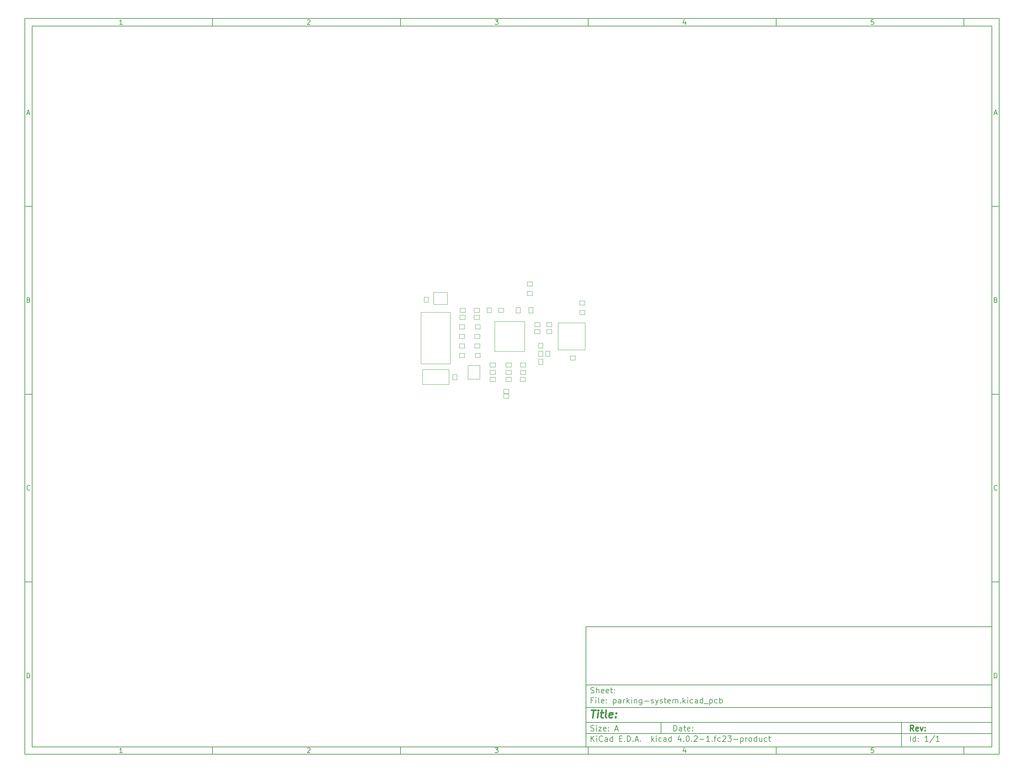
<source format=gbr>
G04 #@! TF.FileFunction,Other,User*
%FSLAX46Y46*%
G04 Gerber Fmt 4.6, Leading zero omitted, Abs format (unit mm)*
G04 Created by KiCad (PCBNEW 4.0.2-1.fc23-product) date Tue 29 Mar 2016 15:32:59 SAST*
%MOMM*%
G01*
G04 APERTURE LIST*
%ADD10C,0.100000*%
%ADD11C,0.150000*%
%ADD12C,0.300000*%
%ADD13C,0.400000*%
%ADD14C,0.050000*%
G04 APERTURE END LIST*
D10*
D11*
X159400000Y-171900000D02*
X159400000Y-203900000D01*
X267400000Y-203900000D01*
X267400000Y-171900000D01*
X159400000Y-171900000D01*
D10*
D11*
X10000000Y-10000000D02*
X10000000Y-205900000D01*
X269400000Y-205900000D01*
X269400000Y-10000000D01*
X10000000Y-10000000D01*
D10*
D11*
X12000000Y-12000000D02*
X12000000Y-203900000D01*
X267400000Y-203900000D01*
X267400000Y-12000000D01*
X12000000Y-12000000D01*
D10*
D11*
X60000000Y-12000000D02*
X60000000Y-10000000D01*
D10*
D11*
X110000000Y-12000000D02*
X110000000Y-10000000D01*
D10*
D11*
X160000000Y-12000000D02*
X160000000Y-10000000D01*
D10*
D11*
X210000000Y-12000000D02*
X210000000Y-10000000D01*
D10*
D11*
X260000000Y-12000000D02*
X260000000Y-10000000D01*
D10*
D11*
X35990476Y-11588095D02*
X35247619Y-11588095D01*
X35619048Y-11588095D02*
X35619048Y-10288095D01*
X35495238Y-10473810D01*
X35371429Y-10597619D01*
X35247619Y-10659524D01*
D10*
D11*
X85247619Y-10411905D02*
X85309524Y-10350000D01*
X85433333Y-10288095D01*
X85742857Y-10288095D01*
X85866667Y-10350000D01*
X85928571Y-10411905D01*
X85990476Y-10535714D01*
X85990476Y-10659524D01*
X85928571Y-10845238D01*
X85185714Y-11588095D01*
X85990476Y-11588095D01*
D10*
D11*
X135185714Y-10288095D02*
X135990476Y-10288095D01*
X135557143Y-10783333D01*
X135742857Y-10783333D01*
X135866667Y-10845238D01*
X135928571Y-10907143D01*
X135990476Y-11030952D01*
X135990476Y-11340476D01*
X135928571Y-11464286D01*
X135866667Y-11526190D01*
X135742857Y-11588095D01*
X135371429Y-11588095D01*
X135247619Y-11526190D01*
X135185714Y-11464286D01*
D10*
D11*
X185866667Y-10721429D02*
X185866667Y-11588095D01*
X185557143Y-10226190D02*
X185247619Y-11154762D01*
X186052381Y-11154762D01*
D10*
D11*
X235928571Y-10288095D02*
X235309524Y-10288095D01*
X235247619Y-10907143D01*
X235309524Y-10845238D01*
X235433333Y-10783333D01*
X235742857Y-10783333D01*
X235866667Y-10845238D01*
X235928571Y-10907143D01*
X235990476Y-11030952D01*
X235990476Y-11340476D01*
X235928571Y-11464286D01*
X235866667Y-11526190D01*
X235742857Y-11588095D01*
X235433333Y-11588095D01*
X235309524Y-11526190D01*
X235247619Y-11464286D01*
D10*
D11*
X60000000Y-203900000D02*
X60000000Y-205900000D01*
D10*
D11*
X110000000Y-203900000D02*
X110000000Y-205900000D01*
D10*
D11*
X160000000Y-203900000D02*
X160000000Y-205900000D01*
D10*
D11*
X210000000Y-203900000D02*
X210000000Y-205900000D01*
D10*
D11*
X260000000Y-203900000D02*
X260000000Y-205900000D01*
D10*
D11*
X35990476Y-205488095D02*
X35247619Y-205488095D01*
X35619048Y-205488095D02*
X35619048Y-204188095D01*
X35495238Y-204373810D01*
X35371429Y-204497619D01*
X35247619Y-204559524D01*
D10*
D11*
X85247619Y-204311905D02*
X85309524Y-204250000D01*
X85433333Y-204188095D01*
X85742857Y-204188095D01*
X85866667Y-204250000D01*
X85928571Y-204311905D01*
X85990476Y-204435714D01*
X85990476Y-204559524D01*
X85928571Y-204745238D01*
X85185714Y-205488095D01*
X85990476Y-205488095D01*
D10*
D11*
X135185714Y-204188095D02*
X135990476Y-204188095D01*
X135557143Y-204683333D01*
X135742857Y-204683333D01*
X135866667Y-204745238D01*
X135928571Y-204807143D01*
X135990476Y-204930952D01*
X135990476Y-205240476D01*
X135928571Y-205364286D01*
X135866667Y-205426190D01*
X135742857Y-205488095D01*
X135371429Y-205488095D01*
X135247619Y-205426190D01*
X135185714Y-205364286D01*
D10*
D11*
X185866667Y-204621429D02*
X185866667Y-205488095D01*
X185557143Y-204126190D02*
X185247619Y-205054762D01*
X186052381Y-205054762D01*
D10*
D11*
X235928571Y-204188095D02*
X235309524Y-204188095D01*
X235247619Y-204807143D01*
X235309524Y-204745238D01*
X235433333Y-204683333D01*
X235742857Y-204683333D01*
X235866667Y-204745238D01*
X235928571Y-204807143D01*
X235990476Y-204930952D01*
X235990476Y-205240476D01*
X235928571Y-205364286D01*
X235866667Y-205426190D01*
X235742857Y-205488095D01*
X235433333Y-205488095D01*
X235309524Y-205426190D01*
X235247619Y-205364286D01*
D10*
D11*
X10000000Y-60000000D02*
X12000000Y-60000000D01*
D10*
D11*
X10000000Y-110000000D02*
X12000000Y-110000000D01*
D10*
D11*
X10000000Y-160000000D02*
X12000000Y-160000000D01*
D10*
D11*
X10690476Y-35216667D02*
X11309524Y-35216667D01*
X10566667Y-35588095D02*
X11000000Y-34288095D01*
X11433333Y-35588095D01*
D10*
D11*
X11092857Y-84907143D02*
X11278571Y-84969048D01*
X11340476Y-85030952D01*
X11402381Y-85154762D01*
X11402381Y-85340476D01*
X11340476Y-85464286D01*
X11278571Y-85526190D01*
X11154762Y-85588095D01*
X10659524Y-85588095D01*
X10659524Y-84288095D01*
X11092857Y-84288095D01*
X11216667Y-84350000D01*
X11278571Y-84411905D01*
X11340476Y-84535714D01*
X11340476Y-84659524D01*
X11278571Y-84783333D01*
X11216667Y-84845238D01*
X11092857Y-84907143D01*
X10659524Y-84907143D01*
D10*
D11*
X11402381Y-135464286D02*
X11340476Y-135526190D01*
X11154762Y-135588095D01*
X11030952Y-135588095D01*
X10845238Y-135526190D01*
X10721429Y-135402381D01*
X10659524Y-135278571D01*
X10597619Y-135030952D01*
X10597619Y-134845238D01*
X10659524Y-134597619D01*
X10721429Y-134473810D01*
X10845238Y-134350000D01*
X11030952Y-134288095D01*
X11154762Y-134288095D01*
X11340476Y-134350000D01*
X11402381Y-134411905D01*
D10*
D11*
X10659524Y-185588095D02*
X10659524Y-184288095D01*
X10969048Y-184288095D01*
X11154762Y-184350000D01*
X11278571Y-184473810D01*
X11340476Y-184597619D01*
X11402381Y-184845238D01*
X11402381Y-185030952D01*
X11340476Y-185278571D01*
X11278571Y-185402381D01*
X11154762Y-185526190D01*
X10969048Y-185588095D01*
X10659524Y-185588095D01*
D10*
D11*
X269400000Y-60000000D02*
X267400000Y-60000000D01*
D10*
D11*
X269400000Y-110000000D02*
X267400000Y-110000000D01*
D10*
D11*
X269400000Y-160000000D02*
X267400000Y-160000000D01*
D10*
D11*
X268090476Y-35216667D02*
X268709524Y-35216667D01*
X267966667Y-35588095D02*
X268400000Y-34288095D01*
X268833333Y-35588095D01*
D10*
D11*
X268492857Y-84907143D02*
X268678571Y-84969048D01*
X268740476Y-85030952D01*
X268802381Y-85154762D01*
X268802381Y-85340476D01*
X268740476Y-85464286D01*
X268678571Y-85526190D01*
X268554762Y-85588095D01*
X268059524Y-85588095D01*
X268059524Y-84288095D01*
X268492857Y-84288095D01*
X268616667Y-84350000D01*
X268678571Y-84411905D01*
X268740476Y-84535714D01*
X268740476Y-84659524D01*
X268678571Y-84783333D01*
X268616667Y-84845238D01*
X268492857Y-84907143D01*
X268059524Y-84907143D01*
D10*
D11*
X268802381Y-135464286D02*
X268740476Y-135526190D01*
X268554762Y-135588095D01*
X268430952Y-135588095D01*
X268245238Y-135526190D01*
X268121429Y-135402381D01*
X268059524Y-135278571D01*
X267997619Y-135030952D01*
X267997619Y-134845238D01*
X268059524Y-134597619D01*
X268121429Y-134473810D01*
X268245238Y-134350000D01*
X268430952Y-134288095D01*
X268554762Y-134288095D01*
X268740476Y-134350000D01*
X268802381Y-134411905D01*
D10*
D11*
X268059524Y-185588095D02*
X268059524Y-184288095D01*
X268369048Y-184288095D01*
X268554762Y-184350000D01*
X268678571Y-184473810D01*
X268740476Y-184597619D01*
X268802381Y-184845238D01*
X268802381Y-185030952D01*
X268740476Y-185278571D01*
X268678571Y-185402381D01*
X268554762Y-185526190D01*
X268369048Y-185588095D01*
X268059524Y-185588095D01*
D10*
D11*
X182757143Y-199678571D02*
X182757143Y-198178571D01*
X183114286Y-198178571D01*
X183328571Y-198250000D01*
X183471429Y-198392857D01*
X183542857Y-198535714D01*
X183614286Y-198821429D01*
X183614286Y-199035714D01*
X183542857Y-199321429D01*
X183471429Y-199464286D01*
X183328571Y-199607143D01*
X183114286Y-199678571D01*
X182757143Y-199678571D01*
X184900000Y-199678571D02*
X184900000Y-198892857D01*
X184828571Y-198750000D01*
X184685714Y-198678571D01*
X184400000Y-198678571D01*
X184257143Y-198750000D01*
X184900000Y-199607143D02*
X184757143Y-199678571D01*
X184400000Y-199678571D01*
X184257143Y-199607143D01*
X184185714Y-199464286D01*
X184185714Y-199321429D01*
X184257143Y-199178571D01*
X184400000Y-199107143D01*
X184757143Y-199107143D01*
X184900000Y-199035714D01*
X185400000Y-198678571D02*
X185971429Y-198678571D01*
X185614286Y-198178571D02*
X185614286Y-199464286D01*
X185685714Y-199607143D01*
X185828572Y-199678571D01*
X185971429Y-199678571D01*
X187042857Y-199607143D02*
X186900000Y-199678571D01*
X186614286Y-199678571D01*
X186471429Y-199607143D01*
X186400000Y-199464286D01*
X186400000Y-198892857D01*
X186471429Y-198750000D01*
X186614286Y-198678571D01*
X186900000Y-198678571D01*
X187042857Y-198750000D01*
X187114286Y-198892857D01*
X187114286Y-199035714D01*
X186400000Y-199178571D01*
X187757143Y-199535714D02*
X187828571Y-199607143D01*
X187757143Y-199678571D01*
X187685714Y-199607143D01*
X187757143Y-199535714D01*
X187757143Y-199678571D01*
X187757143Y-198750000D02*
X187828571Y-198821429D01*
X187757143Y-198892857D01*
X187685714Y-198821429D01*
X187757143Y-198750000D01*
X187757143Y-198892857D01*
D10*
D11*
X159400000Y-200400000D02*
X267400000Y-200400000D01*
D10*
D11*
X160757143Y-202478571D02*
X160757143Y-200978571D01*
X161614286Y-202478571D02*
X160971429Y-201621429D01*
X161614286Y-200978571D02*
X160757143Y-201835714D01*
X162257143Y-202478571D02*
X162257143Y-201478571D01*
X162257143Y-200978571D02*
X162185714Y-201050000D01*
X162257143Y-201121429D01*
X162328571Y-201050000D01*
X162257143Y-200978571D01*
X162257143Y-201121429D01*
X163828572Y-202335714D02*
X163757143Y-202407143D01*
X163542857Y-202478571D01*
X163400000Y-202478571D01*
X163185715Y-202407143D01*
X163042857Y-202264286D01*
X162971429Y-202121429D01*
X162900000Y-201835714D01*
X162900000Y-201621429D01*
X162971429Y-201335714D01*
X163042857Y-201192857D01*
X163185715Y-201050000D01*
X163400000Y-200978571D01*
X163542857Y-200978571D01*
X163757143Y-201050000D01*
X163828572Y-201121429D01*
X165114286Y-202478571D02*
X165114286Y-201692857D01*
X165042857Y-201550000D01*
X164900000Y-201478571D01*
X164614286Y-201478571D01*
X164471429Y-201550000D01*
X165114286Y-202407143D02*
X164971429Y-202478571D01*
X164614286Y-202478571D01*
X164471429Y-202407143D01*
X164400000Y-202264286D01*
X164400000Y-202121429D01*
X164471429Y-201978571D01*
X164614286Y-201907143D01*
X164971429Y-201907143D01*
X165114286Y-201835714D01*
X166471429Y-202478571D02*
X166471429Y-200978571D01*
X166471429Y-202407143D02*
X166328572Y-202478571D01*
X166042858Y-202478571D01*
X165900000Y-202407143D01*
X165828572Y-202335714D01*
X165757143Y-202192857D01*
X165757143Y-201764286D01*
X165828572Y-201621429D01*
X165900000Y-201550000D01*
X166042858Y-201478571D01*
X166328572Y-201478571D01*
X166471429Y-201550000D01*
X168328572Y-201692857D02*
X168828572Y-201692857D01*
X169042858Y-202478571D02*
X168328572Y-202478571D01*
X168328572Y-200978571D01*
X169042858Y-200978571D01*
X169685715Y-202335714D02*
X169757143Y-202407143D01*
X169685715Y-202478571D01*
X169614286Y-202407143D01*
X169685715Y-202335714D01*
X169685715Y-202478571D01*
X170400001Y-202478571D02*
X170400001Y-200978571D01*
X170757144Y-200978571D01*
X170971429Y-201050000D01*
X171114287Y-201192857D01*
X171185715Y-201335714D01*
X171257144Y-201621429D01*
X171257144Y-201835714D01*
X171185715Y-202121429D01*
X171114287Y-202264286D01*
X170971429Y-202407143D01*
X170757144Y-202478571D01*
X170400001Y-202478571D01*
X171900001Y-202335714D02*
X171971429Y-202407143D01*
X171900001Y-202478571D01*
X171828572Y-202407143D01*
X171900001Y-202335714D01*
X171900001Y-202478571D01*
X172542858Y-202050000D02*
X173257144Y-202050000D01*
X172400001Y-202478571D02*
X172900001Y-200978571D01*
X173400001Y-202478571D01*
X173900001Y-202335714D02*
X173971429Y-202407143D01*
X173900001Y-202478571D01*
X173828572Y-202407143D01*
X173900001Y-202335714D01*
X173900001Y-202478571D01*
X176900001Y-202478571D02*
X176900001Y-200978571D01*
X177042858Y-201907143D02*
X177471429Y-202478571D01*
X177471429Y-201478571D02*
X176900001Y-202050000D01*
X178114287Y-202478571D02*
X178114287Y-201478571D01*
X178114287Y-200978571D02*
X178042858Y-201050000D01*
X178114287Y-201121429D01*
X178185715Y-201050000D01*
X178114287Y-200978571D01*
X178114287Y-201121429D01*
X179471430Y-202407143D02*
X179328573Y-202478571D01*
X179042859Y-202478571D01*
X178900001Y-202407143D01*
X178828573Y-202335714D01*
X178757144Y-202192857D01*
X178757144Y-201764286D01*
X178828573Y-201621429D01*
X178900001Y-201550000D01*
X179042859Y-201478571D01*
X179328573Y-201478571D01*
X179471430Y-201550000D01*
X180757144Y-202478571D02*
X180757144Y-201692857D01*
X180685715Y-201550000D01*
X180542858Y-201478571D01*
X180257144Y-201478571D01*
X180114287Y-201550000D01*
X180757144Y-202407143D02*
X180614287Y-202478571D01*
X180257144Y-202478571D01*
X180114287Y-202407143D01*
X180042858Y-202264286D01*
X180042858Y-202121429D01*
X180114287Y-201978571D01*
X180257144Y-201907143D01*
X180614287Y-201907143D01*
X180757144Y-201835714D01*
X182114287Y-202478571D02*
X182114287Y-200978571D01*
X182114287Y-202407143D02*
X181971430Y-202478571D01*
X181685716Y-202478571D01*
X181542858Y-202407143D01*
X181471430Y-202335714D01*
X181400001Y-202192857D01*
X181400001Y-201764286D01*
X181471430Y-201621429D01*
X181542858Y-201550000D01*
X181685716Y-201478571D01*
X181971430Y-201478571D01*
X182114287Y-201550000D01*
X184614287Y-201478571D02*
X184614287Y-202478571D01*
X184257144Y-200907143D02*
X183900001Y-201978571D01*
X184828573Y-201978571D01*
X185400001Y-202335714D02*
X185471429Y-202407143D01*
X185400001Y-202478571D01*
X185328572Y-202407143D01*
X185400001Y-202335714D01*
X185400001Y-202478571D01*
X186400001Y-200978571D02*
X186542858Y-200978571D01*
X186685715Y-201050000D01*
X186757144Y-201121429D01*
X186828573Y-201264286D01*
X186900001Y-201550000D01*
X186900001Y-201907143D01*
X186828573Y-202192857D01*
X186757144Y-202335714D01*
X186685715Y-202407143D01*
X186542858Y-202478571D01*
X186400001Y-202478571D01*
X186257144Y-202407143D01*
X186185715Y-202335714D01*
X186114287Y-202192857D01*
X186042858Y-201907143D01*
X186042858Y-201550000D01*
X186114287Y-201264286D01*
X186185715Y-201121429D01*
X186257144Y-201050000D01*
X186400001Y-200978571D01*
X187542858Y-202335714D02*
X187614286Y-202407143D01*
X187542858Y-202478571D01*
X187471429Y-202407143D01*
X187542858Y-202335714D01*
X187542858Y-202478571D01*
X188185715Y-201121429D02*
X188257144Y-201050000D01*
X188400001Y-200978571D01*
X188757144Y-200978571D01*
X188900001Y-201050000D01*
X188971430Y-201121429D01*
X189042858Y-201264286D01*
X189042858Y-201407143D01*
X188971430Y-201621429D01*
X188114287Y-202478571D01*
X189042858Y-202478571D01*
X189685715Y-201907143D02*
X190828572Y-201907143D01*
X192328572Y-202478571D02*
X191471429Y-202478571D01*
X191900001Y-202478571D02*
X191900001Y-200978571D01*
X191757144Y-201192857D01*
X191614286Y-201335714D01*
X191471429Y-201407143D01*
X192971429Y-202335714D02*
X193042857Y-202407143D01*
X192971429Y-202478571D01*
X192900000Y-202407143D01*
X192971429Y-202335714D01*
X192971429Y-202478571D01*
X193471429Y-201478571D02*
X194042858Y-201478571D01*
X193685715Y-202478571D02*
X193685715Y-201192857D01*
X193757143Y-201050000D01*
X193900001Y-200978571D01*
X194042858Y-200978571D01*
X195185715Y-202407143D02*
X195042858Y-202478571D01*
X194757144Y-202478571D01*
X194614286Y-202407143D01*
X194542858Y-202335714D01*
X194471429Y-202192857D01*
X194471429Y-201764286D01*
X194542858Y-201621429D01*
X194614286Y-201550000D01*
X194757144Y-201478571D01*
X195042858Y-201478571D01*
X195185715Y-201550000D01*
X195757143Y-201121429D02*
X195828572Y-201050000D01*
X195971429Y-200978571D01*
X196328572Y-200978571D01*
X196471429Y-201050000D01*
X196542858Y-201121429D01*
X196614286Y-201264286D01*
X196614286Y-201407143D01*
X196542858Y-201621429D01*
X195685715Y-202478571D01*
X196614286Y-202478571D01*
X197114286Y-200978571D02*
X198042857Y-200978571D01*
X197542857Y-201550000D01*
X197757143Y-201550000D01*
X197900000Y-201621429D01*
X197971429Y-201692857D01*
X198042857Y-201835714D01*
X198042857Y-202192857D01*
X197971429Y-202335714D01*
X197900000Y-202407143D01*
X197757143Y-202478571D01*
X197328571Y-202478571D01*
X197185714Y-202407143D01*
X197114286Y-202335714D01*
X198685714Y-201907143D02*
X199828571Y-201907143D01*
X200542857Y-201478571D02*
X200542857Y-202978571D01*
X200542857Y-201550000D02*
X200685714Y-201478571D01*
X200971428Y-201478571D01*
X201114285Y-201550000D01*
X201185714Y-201621429D01*
X201257143Y-201764286D01*
X201257143Y-202192857D01*
X201185714Y-202335714D01*
X201114285Y-202407143D01*
X200971428Y-202478571D01*
X200685714Y-202478571D01*
X200542857Y-202407143D01*
X201900000Y-202478571D02*
X201900000Y-201478571D01*
X201900000Y-201764286D02*
X201971428Y-201621429D01*
X202042857Y-201550000D01*
X202185714Y-201478571D01*
X202328571Y-201478571D01*
X203042857Y-202478571D02*
X202899999Y-202407143D01*
X202828571Y-202335714D01*
X202757142Y-202192857D01*
X202757142Y-201764286D01*
X202828571Y-201621429D01*
X202899999Y-201550000D01*
X203042857Y-201478571D01*
X203257142Y-201478571D01*
X203399999Y-201550000D01*
X203471428Y-201621429D01*
X203542857Y-201764286D01*
X203542857Y-202192857D01*
X203471428Y-202335714D01*
X203399999Y-202407143D01*
X203257142Y-202478571D01*
X203042857Y-202478571D01*
X204828571Y-202478571D02*
X204828571Y-200978571D01*
X204828571Y-202407143D02*
X204685714Y-202478571D01*
X204400000Y-202478571D01*
X204257142Y-202407143D01*
X204185714Y-202335714D01*
X204114285Y-202192857D01*
X204114285Y-201764286D01*
X204185714Y-201621429D01*
X204257142Y-201550000D01*
X204400000Y-201478571D01*
X204685714Y-201478571D01*
X204828571Y-201550000D01*
X206185714Y-201478571D02*
X206185714Y-202478571D01*
X205542857Y-201478571D02*
X205542857Y-202264286D01*
X205614285Y-202407143D01*
X205757143Y-202478571D01*
X205971428Y-202478571D01*
X206114285Y-202407143D01*
X206185714Y-202335714D01*
X207542857Y-202407143D02*
X207400000Y-202478571D01*
X207114286Y-202478571D01*
X206971428Y-202407143D01*
X206900000Y-202335714D01*
X206828571Y-202192857D01*
X206828571Y-201764286D01*
X206900000Y-201621429D01*
X206971428Y-201550000D01*
X207114286Y-201478571D01*
X207400000Y-201478571D01*
X207542857Y-201550000D01*
X207971428Y-201478571D02*
X208542857Y-201478571D01*
X208185714Y-200978571D02*
X208185714Y-202264286D01*
X208257142Y-202407143D01*
X208400000Y-202478571D01*
X208542857Y-202478571D01*
D10*
D11*
X159400000Y-197400000D02*
X267400000Y-197400000D01*
D10*
D12*
X246614286Y-199678571D02*
X246114286Y-198964286D01*
X245757143Y-199678571D02*
X245757143Y-198178571D01*
X246328571Y-198178571D01*
X246471429Y-198250000D01*
X246542857Y-198321429D01*
X246614286Y-198464286D01*
X246614286Y-198678571D01*
X246542857Y-198821429D01*
X246471429Y-198892857D01*
X246328571Y-198964286D01*
X245757143Y-198964286D01*
X247828571Y-199607143D02*
X247685714Y-199678571D01*
X247400000Y-199678571D01*
X247257143Y-199607143D01*
X247185714Y-199464286D01*
X247185714Y-198892857D01*
X247257143Y-198750000D01*
X247400000Y-198678571D01*
X247685714Y-198678571D01*
X247828571Y-198750000D01*
X247900000Y-198892857D01*
X247900000Y-199035714D01*
X247185714Y-199178571D01*
X248400000Y-198678571D02*
X248757143Y-199678571D01*
X249114285Y-198678571D01*
X249685714Y-199535714D02*
X249757142Y-199607143D01*
X249685714Y-199678571D01*
X249614285Y-199607143D01*
X249685714Y-199535714D01*
X249685714Y-199678571D01*
X249685714Y-198750000D02*
X249757142Y-198821429D01*
X249685714Y-198892857D01*
X249614285Y-198821429D01*
X249685714Y-198750000D01*
X249685714Y-198892857D01*
D10*
D11*
X160685714Y-199607143D02*
X160900000Y-199678571D01*
X161257143Y-199678571D01*
X161400000Y-199607143D01*
X161471429Y-199535714D01*
X161542857Y-199392857D01*
X161542857Y-199250000D01*
X161471429Y-199107143D01*
X161400000Y-199035714D01*
X161257143Y-198964286D01*
X160971429Y-198892857D01*
X160828571Y-198821429D01*
X160757143Y-198750000D01*
X160685714Y-198607143D01*
X160685714Y-198464286D01*
X160757143Y-198321429D01*
X160828571Y-198250000D01*
X160971429Y-198178571D01*
X161328571Y-198178571D01*
X161542857Y-198250000D01*
X162185714Y-199678571D02*
X162185714Y-198678571D01*
X162185714Y-198178571D02*
X162114285Y-198250000D01*
X162185714Y-198321429D01*
X162257142Y-198250000D01*
X162185714Y-198178571D01*
X162185714Y-198321429D01*
X162757143Y-198678571D02*
X163542857Y-198678571D01*
X162757143Y-199678571D01*
X163542857Y-199678571D01*
X164685714Y-199607143D02*
X164542857Y-199678571D01*
X164257143Y-199678571D01*
X164114286Y-199607143D01*
X164042857Y-199464286D01*
X164042857Y-198892857D01*
X164114286Y-198750000D01*
X164257143Y-198678571D01*
X164542857Y-198678571D01*
X164685714Y-198750000D01*
X164757143Y-198892857D01*
X164757143Y-199035714D01*
X164042857Y-199178571D01*
X165400000Y-199535714D02*
X165471428Y-199607143D01*
X165400000Y-199678571D01*
X165328571Y-199607143D01*
X165400000Y-199535714D01*
X165400000Y-199678571D01*
X165400000Y-198750000D02*
X165471428Y-198821429D01*
X165400000Y-198892857D01*
X165328571Y-198821429D01*
X165400000Y-198750000D01*
X165400000Y-198892857D01*
X167185714Y-199250000D02*
X167900000Y-199250000D01*
X167042857Y-199678571D02*
X167542857Y-198178571D01*
X168042857Y-199678571D01*
D10*
D11*
X245757143Y-202478571D02*
X245757143Y-200978571D01*
X247114286Y-202478571D02*
X247114286Y-200978571D01*
X247114286Y-202407143D02*
X246971429Y-202478571D01*
X246685715Y-202478571D01*
X246542857Y-202407143D01*
X246471429Y-202335714D01*
X246400000Y-202192857D01*
X246400000Y-201764286D01*
X246471429Y-201621429D01*
X246542857Y-201550000D01*
X246685715Y-201478571D01*
X246971429Y-201478571D01*
X247114286Y-201550000D01*
X247828572Y-202335714D02*
X247900000Y-202407143D01*
X247828572Y-202478571D01*
X247757143Y-202407143D01*
X247828572Y-202335714D01*
X247828572Y-202478571D01*
X247828572Y-201550000D02*
X247900000Y-201621429D01*
X247828572Y-201692857D01*
X247757143Y-201621429D01*
X247828572Y-201550000D01*
X247828572Y-201692857D01*
X250471429Y-202478571D02*
X249614286Y-202478571D01*
X250042858Y-202478571D02*
X250042858Y-200978571D01*
X249900001Y-201192857D01*
X249757143Y-201335714D01*
X249614286Y-201407143D01*
X252185714Y-200907143D02*
X250900000Y-202835714D01*
X253471429Y-202478571D02*
X252614286Y-202478571D01*
X253042858Y-202478571D02*
X253042858Y-200978571D01*
X252900001Y-201192857D01*
X252757143Y-201335714D01*
X252614286Y-201407143D01*
D10*
D11*
X159400000Y-193400000D02*
X267400000Y-193400000D01*
D10*
D13*
X160852381Y-194104762D02*
X161995238Y-194104762D01*
X161173810Y-196104762D02*
X161423810Y-194104762D01*
X162411905Y-196104762D02*
X162578571Y-194771429D01*
X162661905Y-194104762D02*
X162554762Y-194200000D01*
X162638095Y-194295238D01*
X162745239Y-194200000D01*
X162661905Y-194104762D01*
X162638095Y-194295238D01*
X163245238Y-194771429D02*
X164007143Y-194771429D01*
X163614286Y-194104762D02*
X163400000Y-195819048D01*
X163471430Y-196009524D01*
X163650001Y-196104762D01*
X163840477Y-196104762D01*
X164792858Y-196104762D02*
X164614287Y-196009524D01*
X164542857Y-195819048D01*
X164757143Y-194104762D01*
X166328572Y-196009524D02*
X166126191Y-196104762D01*
X165745239Y-196104762D01*
X165566667Y-196009524D01*
X165495238Y-195819048D01*
X165590476Y-195057143D01*
X165709524Y-194866667D01*
X165911905Y-194771429D01*
X166292857Y-194771429D01*
X166471429Y-194866667D01*
X166542857Y-195057143D01*
X166519048Y-195247619D01*
X165542857Y-195438095D01*
X167292857Y-195914286D02*
X167376192Y-196009524D01*
X167269048Y-196104762D01*
X167185715Y-196009524D01*
X167292857Y-195914286D01*
X167269048Y-196104762D01*
X167423810Y-194866667D02*
X167507144Y-194961905D01*
X167400000Y-195057143D01*
X167316667Y-194961905D01*
X167423810Y-194866667D01*
X167400000Y-195057143D01*
D10*
D11*
X161257143Y-191492857D02*
X160757143Y-191492857D01*
X160757143Y-192278571D02*
X160757143Y-190778571D01*
X161471429Y-190778571D01*
X162042857Y-192278571D02*
X162042857Y-191278571D01*
X162042857Y-190778571D02*
X161971428Y-190850000D01*
X162042857Y-190921429D01*
X162114285Y-190850000D01*
X162042857Y-190778571D01*
X162042857Y-190921429D01*
X162971429Y-192278571D02*
X162828571Y-192207143D01*
X162757143Y-192064286D01*
X162757143Y-190778571D01*
X164114285Y-192207143D02*
X163971428Y-192278571D01*
X163685714Y-192278571D01*
X163542857Y-192207143D01*
X163471428Y-192064286D01*
X163471428Y-191492857D01*
X163542857Y-191350000D01*
X163685714Y-191278571D01*
X163971428Y-191278571D01*
X164114285Y-191350000D01*
X164185714Y-191492857D01*
X164185714Y-191635714D01*
X163471428Y-191778571D01*
X164828571Y-192135714D02*
X164899999Y-192207143D01*
X164828571Y-192278571D01*
X164757142Y-192207143D01*
X164828571Y-192135714D01*
X164828571Y-192278571D01*
X164828571Y-191350000D02*
X164899999Y-191421429D01*
X164828571Y-191492857D01*
X164757142Y-191421429D01*
X164828571Y-191350000D01*
X164828571Y-191492857D01*
X166685714Y-191278571D02*
X166685714Y-192778571D01*
X166685714Y-191350000D02*
X166828571Y-191278571D01*
X167114285Y-191278571D01*
X167257142Y-191350000D01*
X167328571Y-191421429D01*
X167400000Y-191564286D01*
X167400000Y-191992857D01*
X167328571Y-192135714D01*
X167257142Y-192207143D01*
X167114285Y-192278571D01*
X166828571Y-192278571D01*
X166685714Y-192207143D01*
X168685714Y-192278571D02*
X168685714Y-191492857D01*
X168614285Y-191350000D01*
X168471428Y-191278571D01*
X168185714Y-191278571D01*
X168042857Y-191350000D01*
X168685714Y-192207143D02*
X168542857Y-192278571D01*
X168185714Y-192278571D01*
X168042857Y-192207143D01*
X167971428Y-192064286D01*
X167971428Y-191921429D01*
X168042857Y-191778571D01*
X168185714Y-191707143D01*
X168542857Y-191707143D01*
X168685714Y-191635714D01*
X169400000Y-192278571D02*
X169400000Y-191278571D01*
X169400000Y-191564286D02*
X169471428Y-191421429D01*
X169542857Y-191350000D01*
X169685714Y-191278571D01*
X169828571Y-191278571D01*
X170328571Y-192278571D02*
X170328571Y-190778571D01*
X170471428Y-191707143D02*
X170899999Y-192278571D01*
X170899999Y-191278571D02*
X170328571Y-191850000D01*
X171542857Y-192278571D02*
X171542857Y-191278571D01*
X171542857Y-190778571D02*
X171471428Y-190850000D01*
X171542857Y-190921429D01*
X171614285Y-190850000D01*
X171542857Y-190778571D01*
X171542857Y-190921429D01*
X172257143Y-191278571D02*
X172257143Y-192278571D01*
X172257143Y-191421429D02*
X172328571Y-191350000D01*
X172471429Y-191278571D01*
X172685714Y-191278571D01*
X172828571Y-191350000D01*
X172900000Y-191492857D01*
X172900000Y-192278571D01*
X174257143Y-191278571D02*
X174257143Y-192492857D01*
X174185714Y-192635714D01*
X174114286Y-192707143D01*
X173971429Y-192778571D01*
X173757143Y-192778571D01*
X173614286Y-192707143D01*
X174257143Y-192207143D02*
X174114286Y-192278571D01*
X173828572Y-192278571D01*
X173685714Y-192207143D01*
X173614286Y-192135714D01*
X173542857Y-191992857D01*
X173542857Y-191564286D01*
X173614286Y-191421429D01*
X173685714Y-191350000D01*
X173828572Y-191278571D01*
X174114286Y-191278571D01*
X174257143Y-191350000D01*
X174971429Y-191707143D02*
X176114286Y-191707143D01*
X176757143Y-192207143D02*
X176900000Y-192278571D01*
X177185715Y-192278571D01*
X177328572Y-192207143D01*
X177400000Y-192064286D01*
X177400000Y-191992857D01*
X177328572Y-191850000D01*
X177185715Y-191778571D01*
X176971429Y-191778571D01*
X176828572Y-191707143D01*
X176757143Y-191564286D01*
X176757143Y-191492857D01*
X176828572Y-191350000D01*
X176971429Y-191278571D01*
X177185715Y-191278571D01*
X177328572Y-191350000D01*
X177900001Y-191278571D02*
X178257144Y-192278571D01*
X178614286Y-191278571D02*
X178257144Y-192278571D01*
X178114286Y-192635714D01*
X178042858Y-192707143D01*
X177900001Y-192778571D01*
X179114286Y-192207143D02*
X179257143Y-192278571D01*
X179542858Y-192278571D01*
X179685715Y-192207143D01*
X179757143Y-192064286D01*
X179757143Y-191992857D01*
X179685715Y-191850000D01*
X179542858Y-191778571D01*
X179328572Y-191778571D01*
X179185715Y-191707143D01*
X179114286Y-191564286D01*
X179114286Y-191492857D01*
X179185715Y-191350000D01*
X179328572Y-191278571D01*
X179542858Y-191278571D01*
X179685715Y-191350000D01*
X180185715Y-191278571D02*
X180757144Y-191278571D01*
X180400001Y-190778571D02*
X180400001Y-192064286D01*
X180471429Y-192207143D01*
X180614287Y-192278571D01*
X180757144Y-192278571D01*
X181828572Y-192207143D02*
X181685715Y-192278571D01*
X181400001Y-192278571D01*
X181257144Y-192207143D01*
X181185715Y-192064286D01*
X181185715Y-191492857D01*
X181257144Y-191350000D01*
X181400001Y-191278571D01*
X181685715Y-191278571D01*
X181828572Y-191350000D01*
X181900001Y-191492857D01*
X181900001Y-191635714D01*
X181185715Y-191778571D01*
X182542858Y-192278571D02*
X182542858Y-191278571D01*
X182542858Y-191421429D02*
X182614286Y-191350000D01*
X182757144Y-191278571D01*
X182971429Y-191278571D01*
X183114286Y-191350000D01*
X183185715Y-191492857D01*
X183185715Y-192278571D01*
X183185715Y-191492857D02*
X183257144Y-191350000D01*
X183400001Y-191278571D01*
X183614286Y-191278571D01*
X183757144Y-191350000D01*
X183828572Y-191492857D01*
X183828572Y-192278571D01*
X184542858Y-192135714D02*
X184614286Y-192207143D01*
X184542858Y-192278571D01*
X184471429Y-192207143D01*
X184542858Y-192135714D01*
X184542858Y-192278571D01*
X185257144Y-192278571D02*
X185257144Y-190778571D01*
X185400001Y-191707143D02*
X185828572Y-192278571D01*
X185828572Y-191278571D02*
X185257144Y-191850000D01*
X186471430Y-192278571D02*
X186471430Y-191278571D01*
X186471430Y-190778571D02*
X186400001Y-190850000D01*
X186471430Y-190921429D01*
X186542858Y-190850000D01*
X186471430Y-190778571D01*
X186471430Y-190921429D01*
X187828573Y-192207143D02*
X187685716Y-192278571D01*
X187400002Y-192278571D01*
X187257144Y-192207143D01*
X187185716Y-192135714D01*
X187114287Y-191992857D01*
X187114287Y-191564286D01*
X187185716Y-191421429D01*
X187257144Y-191350000D01*
X187400002Y-191278571D01*
X187685716Y-191278571D01*
X187828573Y-191350000D01*
X189114287Y-192278571D02*
X189114287Y-191492857D01*
X189042858Y-191350000D01*
X188900001Y-191278571D01*
X188614287Y-191278571D01*
X188471430Y-191350000D01*
X189114287Y-192207143D02*
X188971430Y-192278571D01*
X188614287Y-192278571D01*
X188471430Y-192207143D01*
X188400001Y-192064286D01*
X188400001Y-191921429D01*
X188471430Y-191778571D01*
X188614287Y-191707143D01*
X188971430Y-191707143D01*
X189114287Y-191635714D01*
X190471430Y-192278571D02*
X190471430Y-190778571D01*
X190471430Y-192207143D02*
X190328573Y-192278571D01*
X190042859Y-192278571D01*
X189900001Y-192207143D01*
X189828573Y-192135714D01*
X189757144Y-191992857D01*
X189757144Y-191564286D01*
X189828573Y-191421429D01*
X189900001Y-191350000D01*
X190042859Y-191278571D01*
X190328573Y-191278571D01*
X190471430Y-191350000D01*
X190828573Y-192421429D02*
X191971430Y-192421429D01*
X192328573Y-191278571D02*
X192328573Y-192778571D01*
X192328573Y-191350000D02*
X192471430Y-191278571D01*
X192757144Y-191278571D01*
X192900001Y-191350000D01*
X192971430Y-191421429D01*
X193042859Y-191564286D01*
X193042859Y-191992857D01*
X192971430Y-192135714D01*
X192900001Y-192207143D01*
X192757144Y-192278571D01*
X192471430Y-192278571D01*
X192328573Y-192207143D01*
X194328573Y-192207143D02*
X194185716Y-192278571D01*
X193900002Y-192278571D01*
X193757144Y-192207143D01*
X193685716Y-192135714D01*
X193614287Y-191992857D01*
X193614287Y-191564286D01*
X193685716Y-191421429D01*
X193757144Y-191350000D01*
X193900002Y-191278571D01*
X194185716Y-191278571D01*
X194328573Y-191350000D01*
X194971430Y-192278571D02*
X194971430Y-190778571D01*
X194971430Y-191350000D02*
X195114287Y-191278571D01*
X195400001Y-191278571D01*
X195542858Y-191350000D01*
X195614287Y-191421429D01*
X195685716Y-191564286D01*
X195685716Y-191992857D01*
X195614287Y-192135714D01*
X195542858Y-192207143D01*
X195400001Y-192278571D01*
X195114287Y-192278571D01*
X194971430Y-192207143D01*
D10*
D11*
X159400000Y-187400000D02*
X267400000Y-187400000D01*
D10*
D11*
X160685714Y-189507143D02*
X160900000Y-189578571D01*
X161257143Y-189578571D01*
X161400000Y-189507143D01*
X161471429Y-189435714D01*
X161542857Y-189292857D01*
X161542857Y-189150000D01*
X161471429Y-189007143D01*
X161400000Y-188935714D01*
X161257143Y-188864286D01*
X160971429Y-188792857D01*
X160828571Y-188721429D01*
X160757143Y-188650000D01*
X160685714Y-188507143D01*
X160685714Y-188364286D01*
X160757143Y-188221429D01*
X160828571Y-188150000D01*
X160971429Y-188078571D01*
X161328571Y-188078571D01*
X161542857Y-188150000D01*
X162185714Y-189578571D02*
X162185714Y-188078571D01*
X162828571Y-189578571D02*
X162828571Y-188792857D01*
X162757142Y-188650000D01*
X162614285Y-188578571D01*
X162400000Y-188578571D01*
X162257142Y-188650000D01*
X162185714Y-188721429D01*
X164114285Y-189507143D02*
X163971428Y-189578571D01*
X163685714Y-189578571D01*
X163542857Y-189507143D01*
X163471428Y-189364286D01*
X163471428Y-188792857D01*
X163542857Y-188650000D01*
X163685714Y-188578571D01*
X163971428Y-188578571D01*
X164114285Y-188650000D01*
X164185714Y-188792857D01*
X164185714Y-188935714D01*
X163471428Y-189078571D01*
X165399999Y-189507143D02*
X165257142Y-189578571D01*
X164971428Y-189578571D01*
X164828571Y-189507143D01*
X164757142Y-189364286D01*
X164757142Y-188792857D01*
X164828571Y-188650000D01*
X164971428Y-188578571D01*
X165257142Y-188578571D01*
X165399999Y-188650000D01*
X165471428Y-188792857D01*
X165471428Y-188935714D01*
X164757142Y-189078571D01*
X165899999Y-188578571D02*
X166471428Y-188578571D01*
X166114285Y-188078571D02*
X166114285Y-189364286D01*
X166185713Y-189507143D01*
X166328571Y-189578571D01*
X166471428Y-189578571D01*
X166971428Y-189435714D02*
X167042856Y-189507143D01*
X166971428Y-189578571D01*
X166899999Y-189507143D01*
X166971428Y-189435714D01*
X166971428Y-189578571D01*
X166971428Y-188650000D02*
X167042856Y-188721429D01*
X166971428Y-188792857D01*
X166899999Y-188721429D01*
X166971428Y-188650000D01*
X166971428Y-188792857D01*
D10*
D11*
X179400000Y-197400000D02*
X179400000Y-200400000D01*
D10*
D11*
X243400000Y-197400000D02*
X243400000Y-203900000D01*
D14*
X143720000Y-80095000D02*
X145120000Y-80095000D01*
X143720000Y-81195000D02*
X145120000Y-81195000D01*
X143720000Y-80095000D02*
X143720000Y-81195000D01*
X145120000Y-80095000D02*
X145120000Y-81195000D01*
X143720000Y-82635000D02*
X145120000Y-82635000D01*
X143720000Y-83735000D02*
X145120000Y-83735000D01*
X143720000Y-82635000D02*
X143720000Y-83735000D01*
X145120000Y-82635000D02*
X145120000Y-83735000D01*
X129625000Y-87080000D02*
X131025000Y-87080000D01*
X129625000Y-88180000D02*
X131025000Y-88180000D01*
X129625000Y-87080000D02*
X129625000Y-88180000D01*
X131025000Y-87080000D02*
X131025000Y-88180000D01*
X145710000Y-92795000D02*
X147110000Y-92795000D01*
X145710000Y-93895000D02*
X147110000Y-93895000D01*
X145710000Y-92795000D02*
X145710000Y-93895000D01*
X147110000Y-92795000D02*
X147110000Y-93895000D01*
X129625000Y-88985000D02*
X131025000Y-88985000D01*
X129625000Y-90085000D02*
X131025000Y-90085000D01*
X129625000Y-88985000D02*
X129625000Y-90085000D01*
X131025000Y-88985000D02*
X131025000Y-90085000D01*
X150285000Y-93895000D02*
X148885000Y-93895000D01*
X150285000Y-92795000D02*
X148885000Y-92795000D01*
X150285000Y-93895000D02*
X150285000Y-92795000D01*
X148885000Y-93895000D02*
X148885000Y-92795000D01*
X125815000Y-88985000D02*
X127215000Y-88985000D01*
X125815000Y-90085000D02*
X127215000Y-90085000D01*
X125815000Y-88985000D02*
X125815000Y-90085000D01*
X127215000Y-88985000D02*
X127215000Y-90085000D01*
X127065000Y-92625000D02*
X125665000Y-92625000D01*
X127065000Y-91525000D02*
X125665000Y-91525000D01*
X127065000Y-92625000D02*
X127065000Y-91525000D01*
X125665000Y-92625000D02*
X125665000Y-91525000D01*
X131150000Y-95165000D02*
X129750000Y-95165000D01*
X131150000Y-94065000D02*
X129750000Y-94065000D01*
X131150000Y-95165000D02*
X131150000Y-94065000D01*
X129750000Y-95165000D02*
X129750000Y-94065000D01*
X148885000Y-90890000D02*
X150285000Y-90890000D01*
X148885000Y-91990000D02*
X150285000Y-91990000D01*
X148885000Y-90890000D02*
X148885000Y-91990000D01*
X150285000Y-90890000D02*
X150285000Y-91990000D01*
X125665000Y-94065000D02*
X127065000Y-94065000D01*
X125665000Y-95165000D02*
X127065000Y-95165000D01*
X125665000Y-94065000D02*
X125665000Y-95165000D01*
X127065000Y-94065000D02*
X127065000Y-95165000D01*
X131150000Y-97705000D02*
X129750000Y-97705000D01*
X131150000Y-96605000D02*
X129750000Y-96605000D01*
X131150000Y-97705000D02*
X131150000Y-96605000D01*
X129750000Y-97705000D02*
X129750000Y-96605000D01*
X125665000Y-96605000D02*
X127065000Y-96605000D01*
X125665000Y-97705000D02*
X127065000Y-97705000D01*
X125665000Y-96605000D02*
X125665000Y-97705000D01*
X127065000Y-96605000D02*
X127065000Y-97705000D01*
X125665000Y-99145000D02*
X127065000Y-99145000D01*
X125665000Y-100245000D02*
X127065000Y-100245000D01*
X125665000Y-99145000D02*
X125665000Y-100245000D01*
X127065000Y-99145000D02*
X127065000Y-100245000D01*
X135255000Y-104690000D02*
X133855000Y-104690000D01*
X135255000Y-103590000D02*
X133855000Y-103590000D01*
X135255000Y-104690000D02*
X135255000Y-103590000D01*
X133855000Y-104690000D02*
X133855000Y-103590000D01*
X138855000Y-111040000D02*
X137455000Y-111040000D01*
X138855000Y-109940000D02*
X137455000Y-109940000D01*
X138855000Y-111040000D02*
X138855000Y-109940000D01*
X137455000Y-111040000D02*
X137455000Y-109940000D01*
X138855000Y-109770000D02*
X137455000Y-109770000D01*
X138855000Y-108670000D02*
X137455000Y-108670000D01*
X138855000Y-109770000D02*
X138855000Y-108670000D01*
X137455000Y-109770000D02*
X137455000Y-108670000D01*
X141925000Y-103590000D02*
X143325000Y-103590000D01*
X141925000Y-104690000D02*
X143325000Y-104690000D01*
X141925000Y-103590000D02*
X141925000Y-104690000D01*
X143325000Y-103590000D02*
X143325000Y-104690000D01*
X141925000Y-101685000D02*
X143325000Y-101685000D01*
X141925000Y-102785000D02*
X143325000Y-102785000D01*
X141925000Y-101685000D02*
X141925000Y-102785000D01*
X143325000Y-101685000D02*
X143325000Y-102785000D01*
X138080000Y-101685000D02*
X139480000Y-101685000D01*
X138080000Y-102785000D02*
X139480000Y-102785000D01*
X138080000Y-101685000D02*
X138080000Y-102785000D01*
X139480000Y-101685000D02*
X139480000Y-102785000D01*
X138080000Y-103590000D02*
X139480000Y-103590000D01*
X138080000Y-104690000D02*
X139480000Y-104690000D01*
X138080000Y-103590000D02*
X138080000Y-104690000D01*
X139480000Y-103590000D02*
X139480000Y-104690000D01*
X141840000Y-105495000D02*
X143240000Y-105495000D01*
X141840000Y-106595000D02*
X143240000Y-106595000D01*
X141840000Y-105495000D02*
X141840000Y-106595000D01*
X143240000Y-105495000D02*
X143240000Y-106595000D01*
X138080000Y-105495000D02*
X139480000Y-105495000D01*
X138080000Y-106595000D02*
X139480000Y-106595000D01*
X138080000Y-105495000D02*
X138080000Y-106595000D01*
X139480000Y-105495000D02*
X139480000Y-106595000D01*
X135255000Y-106595000D02*
X133855000Y-106595000D01*
X135255000Y-105495000D02*
X133855000Y-105495000D01*
X135255000Y-106595000D02*
X135255000Y-105495000D01*
X133855000Y-106595000D02*
X133855000Y-105495000D01*
X135255000Y-102785000D02*
X133855000Y-102785000D01*
X135255000Y-101685000D02*
X133855000Y-101685000D01*
X135255000Y-102785000D02*
X135255000Y-101685000D01*
X133855000Y-102785000D02*
X133855000Y-101685000D01*
X144145000Y-88330000D02*
X144145000Y-86930000D01*
X145245000Y-88330000D02*
X145245000Y-86930000D01*
X144145000Y-88330000D02*
X145245000Y-88330000D01*
X144145000Y-86930000D02*
X145245000Y-86930000D01*
X147870000Y-100665000D02*
X147870000Y-102065000D01*
X146770000Y-100665000D02*
X146770000Y-102065000D01*
X147870000Y-100665000D02*
X146770000Y-100665000D01*
X147870000Y-102065000D02*
X146770000Y-102065000D01*
X147870000Y-98485000D02*
X147870000Y-99885000D01*
X146770000Y-98485000D02*
X146770000Y-99885000D01*
X147870000Y-98485000D02*
X146770000Y-98485000D01*
X147870000Y-99885000D02*
X146770000Y-99885000D01*
X149775000Y-98485000D02*
X149775000Y-99885000D01*
X148675000Y-98485000D02*
X148675000Y-99885000D01*
X149775000Y-98485000D02*
X148675000Y-98485000D01*
X149775000Y-99885000D02*
X148675000Y-99885000D01*
X136100000Y-87080000D02*
X137500000Y-87080000D01*
X136100000Y-88180000D02*
X137500000Y-88180000D01*
X136100000Y-87080000D02*
X136100000Y-88180000D01*
X137500000Y-87080000D02*
X137500000Y-88180000D01*
X140780000Y-88330000D02*
X140780000Y-86930000D01*
X141880000Y-88330000D02*
X141880000Y-86930000D01*
X140780000Y-88330000D02*
X141880000Y-88330000D01*
X140780000Y-86930000D02*
X141880000Y-86930000D01*
X157690000Y-85175000D02*
X159090000Y-85175000D01*
X157690000Y-86275000D02*
X159090000Y-86275000D01*
X157690000Y-85175000D02*
X157690000Y-86275000D01*
X159090000Y-85175000D02*
X159090000Y-86275000D01*
X157690000Y-87715000D02*
X159090000Y-87715000D01*
X157690000Y-88815000D02*
X159090000Y-88815000D01*
X157690000Y-87715000D02*
X157690000Y-88815000D01*
X159090000Y-87715000D02*
X159090000Y-88815000D01*
X159175000Y-98215000D02*
X159175000Y-91015000D01*
X151975000Y-98215000D02*
X151975000Y-91015000D01*
X159175000Y-98215000D02*
X151975000Y-98215000D01*
X159175000Y-91015000D02*
X151975000Y-91015000D01*
X125885000Y-87080000D02*
X127185000Y-87080000D01*
X125885000Y-88180000D02*
X127185000Y-88180000D01*
X125885000Y-87080000D02*
X125885000Y-88180000D01*
X127185000Y-87080000D02*
X127185000Y-88180000D01*
X133055000Y-88280000D02*
X133055000Y-86980000D01*
X134155000Y-88280000D02*
X134155000Y-86980000D01*
X133055000Y-88280000D02*
X134155000Y-88280000D01*
X133055000Y-86980000D02*
X134155000Y-86980000D01*
X131205000Y-92625000D02*
X129905000Y-92625000D01*
X131205000Y-91525000D02*
X129905000Y-91525000D01*
X131205000Y-92625000D02*
X131205000Y-91525000D01*
X129905000Y-92625000D02*
X129905000Y-91525000D01*
X147870000Y-96375000D02*
X147870000Y-97675000D01*
X146770000Y-96375000D02*
X146770000Y-97675000D01*
X147870000Y-96375000D02*
X146770000Y-96375000D01*
X147870000Y-97675000D02*
X146770000Y-97675000D01*
X147080000Y-91990000D02*
X145780000Y-91990000D01*
X147080000Y-90890000D02*
X145780000Y-90890000D01*
X147080000Y-91990000D02*
X147080000Y-90890000D01*
X145780000Y-91990000D02*
X145780000Y-90890000D01*
X129905000Y-99145000D02*
X131205000Y-99145000D01*
X129905000Y-100245000D02*
X131205000Y-100245000D01*
X129905000Y-99145000D02*
X129905000Y-100245000D01*
X131205000Y-99145000D02*
X131205000Y-100245000D01*
X156480000Y-100880000D02*
X155180000Y-100880000D01*
X156480000Y-99780000D02*
X155180000Y-99780000D01*
X156480000Y-100880000D02*
X156480000Y-99780000D01*
X155180000Y-100880000D02*
X155180000Y-99780000D01*
X135056000Y-90623800D02*
X135056000Y-98623800D01*
X143056000Y-90623800D02*
X143056000Y-98623800D01*
X135056000Y-90623800D02*
X143056000Y-90623800D01*
X135056000Y-98623800D02*
X143056000Y-98623800D01*
X127940000Y-105940000D02*
X127940000Y-102340000D01*
X127940000Y-102340000D02*
X131140000Y-102340000D01*
X131140000Y-102340000D02*
X131140000Y-105940000D01*
X131140000Y-105940000D02*
X127940000Y-105940000D01*
X116290000Y-85515000D02*
X116290000Y-84115000D01*
X117390000Y-85515000D02*
X117390000Y-84115000D01*
X116290000Y-85515000D02*
X117390000Y-85515000D01*
X116290000Y-84115000D02*
X117390000Y-84115000D01*
X123910000Y-106110000D02*
X123910000Y-104710000D01*
X125010000Y-106110000D02*
X125010000Y-104710000D01*
X123910000Y-106110000D02*
X125010000Y-106110000D01*
X123910000Y-104710000D02*
X125010000Y-104710000D01*
X122880000Y-103410000D02*
X122880000Y-107410000D01*
X115880000Y-103410000D02*
X122880000Y-103410000D01*
X115880000Y-107410000D02*
X115880000Y-103410000D01*
X122880000Y-107410000D02*
X115880000Y-107410000D01*
X115480000Y-88160000D02*
X115480000Y-101910000D01*
X115480000Y-101910000D02*
X123280000Y-101910000D01*
X123280000Y-101910000D02*
X123280000Y-88160000D01*
X123280000Y-88160000D02*
X115480000Y-88160000D01*
X118850000Y-82855000D02*
X122450000Y-82855000D01*
X122450000Y-82855000D02*
X122450000Y-86055000D01*
X122450000Y-86055000D02*
X118850000Y-86055000D01*
X118850000Y-86055000D02*
X118850000Y-82855000D01*
M02*

</source>
